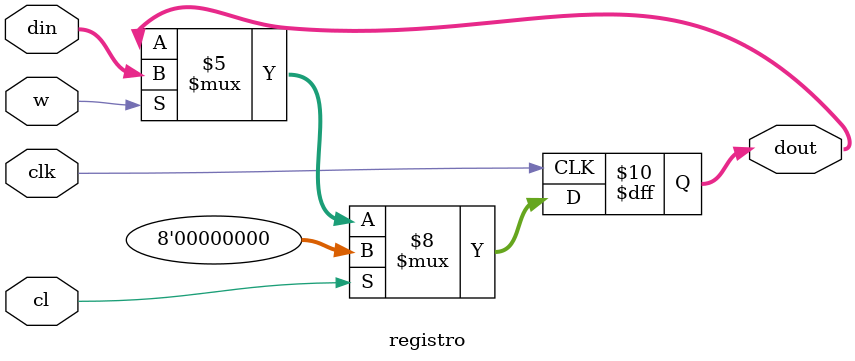
<source format=v>
/**
 * @Author: German Cano Quiveu <germancq>
 * @Date:   2019-03-01T13:27:19+01:00
 * @Email:  germancq@dte.us.es
 * @Filename: registro.v
 * @Last modified by:   germancq
 * @Last modified time: 2019-03-01T13:27:36+01:00
 */

 module registro(
 	input clk,
 	input cl,
 	input w,
 	input [WIDTH - 1:0] din,
 	output reg [WIDTH - 1:0] dout
     );

     parameter WIDTH = 8;

 	always @(posedge clk)
 	begin
 		if (cl == 1)
 			dout<=0;
 		else if (w==1)
 			dout<=din;
 		else
 			dout<=dout;
 	end
 endmodule

</source>
